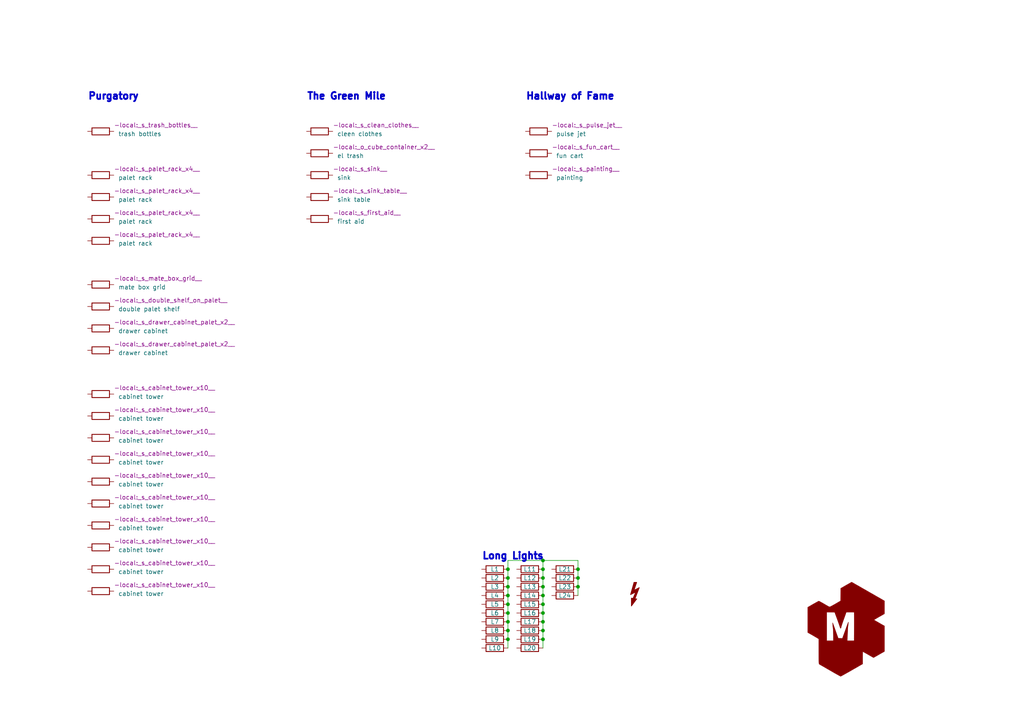
<source format=kicad_sch>
(kicad_sch (version 20211123) (generator eeschema)
  (paper "A4")
  (title_block (title "storage") (date "2024-02-16") (rev "5.0") (company "makerspace.lt"))
  (lib_symbols
    (symbol "-local:LOGO_KMS" (pin_names (offset 1.016))
      (symbol "LOGO_KMS_0_0"
        (polyline (pts (xy 0.0117 -14.5438) (xy 0.1815 -14.4596) (xy 0.4733 -14.3044) (xy 0.8715 -14.0867) (xy 1.3602 -13.8153) (xy 1.924 -13.4987) (xy 2.5471 -13.1457) (xy 3.2139 -12.765) (xy 6.35 -10.9673) (xy 6.35 -9.1666) (xy 6.3501 -8.9706) (xy 6.3525 -8.4585) (xy 6.3574 -8.0174) (xy 6.3642 -7.6719) (xy 6.3725 -7.4466) (xy 6.382 -7.366) (xy 6.3931 -7.3705) (xy 6.5163 -7.4356) (xy 6.7572 -7.5687) (xy 7.0937 -7.7574) (xy 7.504 -7.9893) (xy 7.966 -8.2524) (xy 9.518 -9.1387) (xy 9.8784 -8.9373) (xy 9.9805 -8.8799) (xy 10.249 -8.728) (xy 10.6096 -8.5232) (xy 11.0278 -8.2852) (xy 11.4694 -8.0335) (xy 12.7 -7.331) (xy 12.7 0.0494) (xy 11.176 0.9196) (xy 11.0418 0.9963) (xy 10.5993 1.2512) (xy 10.2174 1.4738) (xy 9.9177 1.6515) (xy 9.722 1.7712) (xy 9.652 1.8203) (xy 9.6578 1.8264) (xy 9.7659 1.8969) (xy 9.9934 2.0344) (xy 10.3187 2.2262) (xy 10.7201 2.4593) (xy 11.176 2.721) (xy 12.7 3.5912) (xy 12.7 7.3263) (xy 8.3185 9.8382) (xy 7.6069 10.2461) (xy 6.8355 10.688) (xy 6.1113 11.1028) (xy 5.4483 11.4824) (xy 4.8609 11.8184) (xy 4.3634 12.1028) (xy 3.9699 12.3275) (xy 3.6948 12.4842) (xy 3.5523 12.5649) (xy 3.1677 12.7795) (xy 1.5789 11.8716) (xy -0.0098 10.9637) (xy -0.0424 7.3239) (xy -1.6087 6.4227) (xy -1.8975 6.2571) (xy -2.3649 5.9936) (xy -2.7164 5.8043) (xy -2.9709 5.68) (xy -3.1477 5.612) (xy -3.2658 5.5912) (xy -3.3444 5.6086) (xy -3.4618 5.6732) (xy -3.7025 5.8093) (xy -4.0377 6.0007) (xy -4.4409 6.2321) (xy -4.8855 6.4885) (xy -5.3221 6.7382) (xy -5.7113 6.9558) (xy -6.0282 7.1278) (xy -6.2482 7.2407) (xy -6.3467 7.2813) (xy -6.3645 7.2764) (xy -6.5062 7.2095) (xy -6.7636 7.0739) (xy -7.1139 6.8821) (xy -7.5342 6.6465) (xy -8.0018 6.3795) (xy -9.5674 5.4776) (xy -9.5674 4.0688) (xy -4.064 4.0688) (xy -1.7516 4.0216) (xy -1.1718 2.4553) (xy -1 1.9865) (xy -0.7964 1.4201) (xy -0.6059 0.8796) (xy -0.4442 0.409) (xy -0.3266 0.0527) (xy -0.2179 -0.2807) (xy -0.1159 -0.5429) (xy -0.0353 -0.6449) (xy 0.0378 -0.5883) (xy 0.1173 -0.3745) (xy 0.217 -0.005) (xy 0.2461 0.1011) (xy 0.3452 0.4246) (xy 0.4827 0.8444) (xy 0.6445 1.3178) (xy 0.8165 1.8022) (xy 0.8988 2.0297) (xy 1.0719 2.5096) (xy 1.232 2.9552) (xy 1.3642 3.325) (xy 1.4536 3.5771) (xy 1.6242 4.064) (xy 3.88 4.064) (xy 3.9085 3.0691) (xy 3.9135 2.811) (xy 3.9177 2.3699) (xy 3.9198 1.8095) (xy 3.9199 1.1571) (xy 3.9179 0.44) (xy 3.9139 -0.3146) (xy 3.908 -1.0795) (xy 3.879 -4.2334) (xy 1.9224 -4.2334) (xy 1.9748 -2.4342) (xy 1.9947 -1.8396) (xy 2.0364 -0.9704) (xy 2.0906 -0.2293) (xy 2.1593 0.4093) (xy 2.2446 0.971) (xy 2.262 1.0904) (xy 2.2529 1.171) (xy 2.1976 1.1001) (xy 2.0991 0.8842) (xy 1.9605 0.5295) (xy 1.7849 0.0423) (xy 1.7468 -0.0664) (xy 1.5718 -0.5599) (xy 1.3664 -1.1332) (xy 1.1532 -1.7235) (xy 0.9546 -2.2683) (xy 0.4799 -3.5629) (xy -0.1138 -3.5383) (xy -0.7074 -3.5137) (xy -0.9586 -2.8364) (xy -0.9612 -2.8292) (xy -1.0706 -2.529) (xy -1.2213 -2.1084) (xy -1.3998 -1.6058) (xy -1.5924 -1.0595) (xy -1.7856 -0.508) (xy -1.8442 -0.3408) (xy -2.0095 0.1196) (xy -2.1523 0.5018) (xy -2.2647 0.7852) (xy -2.3386 0.9493) (xy -2.3659 0.9736) (xy -2.3657 0.9477) (xy -2.3538 0.7623) (xy -2.3275 0.455) (xy -2.29 0.0619) (xy -2.2445 -0.381) (xy -2.2379 -0.4446) (xy -2.1912 -1.0068) (xy -2.1531 -1.6534) (xy -2.1273 -2.3095) (xy -2.1176 -2.8999) (xy -2.1167 -4.2334) (xy -4.064 -4.2334) (xy -4.064 4.0688) (xy -9.5674 4.0688) (xy -9.5674 -1.8386) (xy -8.1915 -2.6257) (xy -7.7716 -2.8672) (xy -7.3526 -3.111) (xy -6.9963 -3.3211) (xy -6.7308 -3.4809) (xy -6.5844 -3.5738) (xy -6.353 -3.7348) (xy -6.3529 -7.3454) (xy -6.3527 -7.7944) (xy -6.3506 -8.6376) (xy -6.346 -9.3299) (xy -6.3386 -9.8839) (xy -6.3279 -10.3121) (xy -6.3136 -10.6272) (xy -6.2954 -10.8417) (xy -6.2729 -10.9682) (xy -6.2456 -11.0192) (xy -6.2238 -11.0319) (xy -6.0739 -11.1186) (xy -5.8 -11.2769) (xy -5.4182 -11.4974) (xy -4.9445 -11.7709) (xy -4.3949 -12.0881) (xy -3.7856 -12.4397) (xy -3.1327 -12.8164) (xy -2.8568 -12.9754) (xy -2.2209 -13.34) (xy -1.6355 -13.6733) (xy -1.1165 -13.9663) (xy -0.6799 -14.2101) (xy -0.3417 -14.3958) (xy -0.1179 -14.5142) (xy -0.0246 -14.5566) (xy 0.0117 -14.5438)) (stroke (width 0.01)) (fill (type outline)))
      )
    )
    (symbol "Device:R" (pin_numbers hide) (pin_names (offset 0) hide)
      (property "Reference" "R" (at 2.032 0 90))
      (property "Value" "R" (at 0 0 90))
      (symbol "R_0_1"
        (rectangle (start -1.016 -2.54) (end 1.016 2.54) (stroke (width 0.254)))
      )
      (symbol "R_1_1"
        (pin passive line (at 0 3.81 270) (length 1.27) (name "~") (number "1"))
        (pin passive line (at 0 -3.81 90) (length 1.27) (name "~") (number "2"))
      )
    )
    (symbol "Graphic:SYM_Flash_Small" (pin_numbers hide) (pin_names (offset 1.016) hide)
      (symbol "SYM_Flash_Small_0_1"
        (polyline (pts (xy 0.508 -1.016) (xy -1.016 -0.762) (xy -1.016 -3.048) (xy 0.508 -1.016)) (stroke (width 0.2032)) (fill (type outline)))
        (polyline (pts (xy -0.254 3.81) (xy 0.508 3.81) (xy -0.254 1.524) (xy 1.27 2.286) (xy 0 -1.016) (xy -0.508 -0.762) (xy 0.254 1.016) (xy -1.27 0.254) (xy -0.254 3.81)) (stroke (width 0.2032)) (fill (type outline)))
      )
    )
  )
  (junction (at 157.48 175.26))
  (junction (at 157.48 170.18))
  (junction (at 147.32 170.18))
  (junction (at 147.32 182.88))
  (junction (at 157.48 172.72))
  (junction (at 147.32 165.1))
  (junction (at 167.64 165.1))
  (junction (at 157.48 180.34))
  (junction (at 157.48 185.42))
  (junction (at 147.32 177.8))
  (junction (at 147.32 172.72))
  (junction (at 157.48 177.8))
  (junction (at 167.64 170.18))
  (junction (at 157.48 182.88))
  (junction (at 157.48 165.1))
  (junction (at 147.32 180.34))
  (junction (at 147.32 175.26))
  (junction (at 147.32 167.64))
  (junction (at 157.48 167.64))
  (junction (at 167.64 167.64))
  (junction (at 147.32 185.42))
  (junction (at 157.48 162.56))
  (wire (pts (xy 157.48 167.64) (xy 157.48 170.18)))
  (wire (pts (xy 167.64 167.64) (xy 167.64 170.18)))
  (wire (pts (xy 157.48 162.56) (xy 157.48 165.1)))
  (wire (pts (xy 157.48 177.8) (xy 157.48 180.34)))
  (wire (pts (xy 157.48 180.34) (xy 157.48 182.88)))
  (wire (pts (xy 167.64 170.18) (xy 167.64 172.72)))
  (wire (pts (xy 157.48 185.42) (xy 157.48 187.96)))
  (wire (pts (xy 147.32 180.34) (xy 147.32 182.88)))
  (wire (pts (xy 167.64 162.56) (xy 167.64 165.1)))
  (wire (pts (xy 157.48 182.88) (xy 157.48 185.42)))
  (wire (pts (xy 157.48 170.18) (xy 157.48 172.72)))
  (wire (pts (xy 147.32 170.18) (xy 147.32 172.72)))
  (wire (pts (xy 147.32 182.88) (xy 147.32 185.42)))
  (wire (pts (xy 157.48 165.1) (xy 157.48 167.64)))
  (wire (pts (xy 147.32 162.56) (xy 147.32 165.1)))
  (wire (pts (xy 147.32 172.72) (xy 147.32 175.26)))
  (wire (pts (xy 147.32 177.8) (xy 147.32 180.34)))
  (wire (pts (xy 147.32 162.56) (xy 157.48 162.56)))
  (wire (pts (xy 157.48 162.56) (xy 167.64 162.56)))
  (wire (pts (xy 147.32 167.64) (xy 147.32 170.18)))
  (wire (pts (xy 147.32 175.26) (xy 147.32 177.8)))
  (wire (pts (xy 147.32 165.1) (xy 147.32 167.64)))
  (wire (pts (xy 157.48 175.26) (xy 157.48 177.8)))
  (wire (pts (xy 147.32 185.42) (xy 147.32 187.96)))
  (wire (pts (xy 157.48 172.72) (xy 157.48 175.26)))
  (wire (pts (xy 167.64 165.1) (xy 167.64 167.64)))
  (text "The Green Mile" (at 88.9 29.21 0) (effects (font (size 2 2) (thickness 0.6) bold) (justify left bottom)))
  (text "Long Lights" (at 139.7 162.56 0) (effects (font (size 2 2) (thickness 0.6) bold) (justify left bottom)))
  (text "Hallway of Fame" (at 152.4 29.21 0) (effects (font (size 2 2) (thickness 0.6) bold) (justify left bottom)))
  (text "Purgatory" (at 25.4 29.21 0) (effects (font (size 2 2) (thickness 0.6) bold) (justify left bottom)))
  (symbol (lib_id "Device:R") (at 153.67 167.64 270) (unit 1)
    (property "Reference" "L12" (at 153.67 167.64 90))
    (property "Value" "light" (effects hide))
    (property "Footprint" "-local:light_long" (effects hide))
  )
  (symbol (lib_id "Device:R") (at 29.21 165.1 270) (unit 1)
    (property "Reference" "R18" (effects hide))
    (property "Value" "cabinet tower" (at 34.29 165.1 90) (effects (justify left top)))
    (property "Footprint" "-local:_s_cabinet_tower_x10__" (at 33.02 162.56 90) (effects (justify left top)))
  )
  (symbol (lib_id "Device:R") (at 153.67 187.96 270) (unit 1)
    (property "Reference" "L20" (at 153.67 187.96 90))
    (property "Value" "light" (effects hide))
    (property "Footprint" "-local:light_long" (effects hide))
  )
  (symbol (lib_id "Device:R") (at 143.51 170.18 270) (unit 1)
    (property "Reference" "L3" (at 143.51 170.18 90))
    (property "Value" "light" (effects hide))
    (property "Footprint" "-local:light_long" (effects hide))
  )
  (symbol (lib_id "Device:R") (at 29.21 88.9 270) (unit 1)
    (property "Reference" "R7" (effects hide))
    (property "Value" "double palet shelf" (at 34.29 88.9 90) (effects (justify left top)))
    (property "Footprint" "-local:_s_double_shelf_on_palet__" (at 33.02 86.36 90) (effects (justify left top)))
  )
  (symbol (lib_id "Graphic:SYM_Flash_Small") (at 184.15 172.72 0) (unit 1) (in_bom no)
    (property "Reference" "Storage_1" (effects hide))
    (property "Value" "Storage" (effects hide))
    (property "Footprint" "-local:base_storage" (effects hide))
  )
  (symbol (lib_id "Device:R") (at 29.21 139.7 270) (unit 1)
    (property "Reference" "R14" (effects hide))
    (property "Value" "cabinet tower" (at 34.29 139.7 90) (effects (justify left top)))
    (property "Footprint" "-local:_s_cabinet_tower_x10__" (at 33.02 137.16 90) (effects (justify left top)))
  )
  (symbol (lib_id "Device:R") (at 29.21 95.25 270) (unit 1)
    (property "Reference" "R8" (effects hide))
    (property "Value" "drawer cabinet" (at 34.29 95.25 90) (effects (justify left top)))
    (property "Footprint" "-local:_s_drawer_cabinet_palet_x2__" (at 33.02 92.71 90) (effects (justify left top)))
  )
  (symbol (lib_id "Device:R") (at 29.21 82.55 270) (unit 1)
    (property "Reference" "R6" (effects hide))
    (property "Value" "mate box grid" (at 34.29 82.55 90) (effects (justify left top)))
    (property "Footprint" "-local:_s_mate_box_grid__" (at 33.02 80.01 90) (effects (justify left top)))
  )
  (symbol (lib_id "Device:R") (at 29.21 158.75 270) (unit 1)
    (property "Reference" "R17" (effects hide))
    (property "Value" "cabinet tower" (at 34.29 158.75 90) (effects (justify left top)))
    (property "Footprint" "-local:_s_cabinet_tower_x10__" (at 33.02 156.21 90) (effects (justify left top)))
  )
  (symbol (lib_id "Device:R") (at 153.67 182.88 270) (unit 1)
    (property "Reference" "L18" (at 153.67 182.88 90))
    (property "Value" "light" (effects hide))
    (property "Footprint" "-local:light_long" (effects hide))
  )
  (symbol (lib_id "Device:R") (at 163.83 165.1 270) (unit 1)
    (property "Reference" "L21" (at 163.83 165.1 90))
    (property "Value" "light" (effects hide))
    (property "Footprint" "-local:light_long" (effects hide))
  )
  (symbol (lib_id "Device:R") (at 92.71 50.8 270) (unit 1)
    (property "Reference" "R22" (effects hide))
    (property "Value" "sink" (at 97.79 50.8 90) (effects (justify left top)))
    (property "Footprint" "-local:_s_sink__" (at 96.52 48.26 90) (effects (justify left top)))
  )
  (symbol (lib_id "Device:R") (at 29.21 63.5 270) (unit 1)
    (property "Reference" "R4" (effects hide))
    (property "Value" "palet rack" (at 34.29 63.5 90) (effects (justify left top)))
    (property "Footprint" "-local:_s_palet_rack_x4__" (at 33.02 60.96 90) (effects (justify left top)))
  )
  (symbol (lib_id "Device:R") (at 156.21 44.45 270) (unit 1)
    (property "Reference" "R26" (effects hide))
    (property "Value" "fun cart" (at 161.29 44.45 90) (effects (justify left top)))
    (property "Footprint" "-local:_s_fun_cart__" (at 160.02 41.91 90) (effects (justify left top)))
  )
  (symbol (lib_id "Device:R") (at 29.21 69.85 270) (unit 1)
    (property "Reference" "R5" (effects hide))
    (property "Value" "palet rack" (at 34.29 69.85 90) (effects (justify left top)))
    (property "Footprint" "-local:_s_palet_rack_x4__" (at 33.02 67.31 90) (effects (justify left top)))
  )
  (symbol (lib_id "-local:LOGO_KMS") (at 243.84 181.61 0) (unit 1) (in_bom no)
    (property "Reference" "G1" (effects hide))
    (property "Value" "LOGO_KMS" (effects hide))
    (property "Footprint" "-local:logo_kms_small_silkscreen" (effects hide))
    (property "jlc-part-type" "-" (effects hide))
  )
  (symbol (lib_id "Device:R") (at 156.21 38.1 270) (unit 1)
    (property "Reference" "R25" (effects hide))
    (property "Value" "pulse jet" (at 161.29 38.1 90) (effects (justify left top)))
    (property "Footprint" "-local:_s_pulse_jet__" (at 160.02 35.56 90) (effects (justify left top)))
  )
  (symbol (lib_id "Device:R") (at 143.51 165.1 270) (unit 1)
    (property "Reference" "L1" (at 143.51 165.1 90))
    (property "Value" "light" (effects hide))
    (property "Footprint" "-local:light_long" (effects hide))
  )
  (symbol (lib_id "Device:R") (at 153.67 177.8 270) (unit 1)
    (property "Reference" "L16" (at 153.67 177.8 90))
    (property "Value" "light" (effects hide))
    (property "Footprint" "-local:light_long" (effects hide))
  )
  (symbol (lib_id "Device:R") (at 29.21 114.3 270) (unit 1)
    (property "Reference" "R10" (effects hide))
    (property "Value" "cabinet tower" (at 34.29 114.3 90) (effects (justify left top)))
    (property "Footprint" "-local:_s_cabinet_tower_x10__" (at 33.02 111.76 90) (effects (justify left top)))
  )
  (symbol (lib_id "Device:R") (at 143.51 187.96 270) (unit 1)
    (property "Reference" "L10" (at 143.51 187.96 90))
    (property "Value" "light" (effects hide))
    (property "Footprint" "-local:light_long" (effects hide))
  )
  (symbol (lib_id "Device:R") (at 143.51 182.88 270) (unit 1)
    (property "Reference" "L8" (at 143.51 182.88 90))
    (property "Value" "light" (effects hide))
    (property "Footprint" "-local:light_long" (effects hide))
  )
  (symbol (lib_id "Device:R") (at 92.71 63.5 270) (unit 1)
    (property "Reference" "R24" (effects hide))
    (property "Value" "first aid" (at 97.79 63.5 90) (effects (justify left top)))
    (property "Footprint" "-local:_s_first_aid__" (at 96.52 60.96 90) (effects (justify left top)))
  )
  (symbol (lib_id "Device:R") (at 29.21 50.8 270) (unit 1)
    (property "Reference" "R2" (effects hide))
    (property "Value" "palet rack" (at 34.29 50.8 90) (effects (justify left top)))
    (property "Footprint" "-local:_s_palet_rack_x4__" (at 33.02 48.26 90) (effects (justify left top)))
  )
  (symbol (lib_id "Device:R") (at 153.67 175.26 270) (unit 1)
    (property "Reference" "L15" (at 153.67 175.26 90))
    (property "Value" "light" (effects hide))
    (property "Footprint" "-local:light_long" (effects hide))
  )
  (symbol (lib_id "Device:R") (at 143.51 167.64 270) (unit 1)
    (property "Reference" "L2" (at 143.51 167.64 90))
    (property "Value" "light" (effects hide))
    (property "Footprint" "-local:light_long" (effects hide))
  )
  (symbol (lib_id "Device:R") (at 29.21 120.65 270) (unit 1)
    (property "Reference" "R11" (effects hide))
    (property "Value" "cabinet tower" (at 34.29 120.65 90) (effects (justify left top)))
    (property "Footprint" "-local:_s_cabinet_tower_x10__" (at 33.02 118.11 90) (effects (justify left top)))
  )
  (symbol (lib_id "Device:R") (at 143.51 172.72 270) (unit 1)
    (property "Reference" "L4" (at 143.51 172.72 90))
    (property "Value" "light" (effects hide))
    (property "Footprint" "-local:light_long" (effects hide))
  )
  (symbol (lib_id "Device:R") (at 29.21 152.4 270) (unit 1)
    (property "Reference" "R16" (effects hide))
    (property "Value" "cabinet tower" (at 34.29 152.4 90) (effects (justify left top)))
    (property "Footprint" "-local:_s_cabinet_tower_x10__" (at 33.02 149.86 90) (effects (justify left top)))
  )
  (symbol (lib_id "Device:R") (at 153.67 180.34 270) (unit 1)
    (property "Reference" "L17" (at 153.67 180.34 90))
    (property "Value" "light" (effects hide))
    (property "Footprint" "-local:light_long" (effects hide))
  )
  (symbol (lib_id "Device:R") (at 29.21 101.6 270) (unit 1)
    (property "Reference" "R9" (effects hide))
    (property "Value" "drawer cabinet" (at 34.29 101.6 90) (effects (justify left top)))
    (property "Footprint" "-local:_s_drawer_cabinet_palet_x2__" (at 33.02 99.06 90) (effects (justify left top)))
  )
  (symbol (lib_id "Device:R") (at 153.67 165.1 270) (unit 1)
    (property "Reference" "L11" (at 153.67 165.1 90))
    (property "Value" "light" (effects hide))
    (property "Footprint" "-local:light_long" (effects hide))
  )
  (symbol (lib_id "Device:R") (at 153.67 170.18 270) (unit 1)
    (property "Reference" "L13" (at 153.67 170.18 90))
    (property "Value" "light" (effects hide))
    (property "Footprint" "-local:light_long" (effects hide))
  )
  (symbol (lib_id "Device:R") (at 92.71 57.15 270) (unit 1)
    (property "Reference" "R23" (effects hide))
    (property "Value" "sink table" (at 97.79 57.15 90) (effects (justify left top)))
    (property "Footprint" "-local:_s_sink_table__" (at 96.52 54.61 90) (effects (justify left top)))
  )
  (symbol (lib_id "Device:R") (at 153.67 172.72 270) (unit 1)
    (property "Reference" "L14" (at 153.67 172.72 90))
    (property "Value" "light" (effects hide))
    (property "Footprint" "-local:light_long" (effects hide))
  )
  (symbol (lib_id "Device:R") (at 143.51 175.26 270) (unit 1)
    (property "Reference" "L5" (at 143.51 175.26 90))
    (property "Value" "light" (effects hide))
    (property "Footprint" "-local:light_long" (effects hide))
  )
  (symbol (lib_id "Device:R") (at 163.83 170.18 270) (unit 1)
    (property "Reference" "L23" (at 163.83 170.18 90))
    (property "Value" "light" (effects hide))
    (property "Footprint" "-local:light_long" (effects hide))
  )
  (symbol (lib_id "Device:R") (at 29.21 127 270) (unit 1)
    (property "Reference" "R12" (effects hide))
    (property "Value" "cabinet tower" (at 34.29 127 90) (effects (justify left top)))
    (property "Footprint" "-local:_s_cabinet_tower_x10__" (at 33.02 124.46 90) (effects (justify left top)))
  )
  (symbol (lib_id "Device:R") (at 92.71 44.45 270) (unit 1)
    (property "Reference" "R21" (effects hide))
    (property "Value" "el trash" (at 97.79 44.45 90) (effects (justify left top)))
    (property "Footprint" "-local:_o_cube_container_x2__" (at 96.52 41.91 90) (effects (justify left top)))
  )
  (symbol (lib_id "Device:R") (at 143.51 180.34 270) (unit 1)
    (property "Reference" "L7" (at 143.51 180.34 90))
    (property "Value" "light" (effects hide))
    (property "Footprint" "-local:light_long" (effects hide))
  )
  (symbol (lib_id "Device:R") (at 163.83 172.72 270) (unit 1)
    (property "Reference" "L24" (at 163.83 172.72 90))
    (property "Value" "light" (effects hide))
    (property "Footprint" "-local:light_long" (effects hide))
  )
  (symbol (lib_id "Device:R") (at 153.67 185.42 270) (unit 1)
    (property "Reference" "L19" (at 153.67 185.42 90))
    (property "Value" "light" (effects hide))
    (property "Footprint" "-local:light_long" (effects hide))
  )
  (symbol (lib_id "Device:R") (at 29.21 57.15 270) (unit 1)
    (property "Reference" "R3" (effects hide))
    (property "Value" "palet rack" (at 34.29 57.15 90) (effects (justify left top)))
    (property "Footprint" "-local:_s_palet_rack_x4__" (at 33.02 54.61 90) (effects (justify left top)))
  )
  (symbol (lib_id "Device:R") (at 29.21 38.1 270) (unit 1)
    (property "Reference" "R1" (effects hide))
    (property "Value" "trash bottles" (at 34.29 38.1 90) (effects (justify left top)))
    (property "Footprint" "-local:_s_trash_bottles__" (at 33.02 35.56 90) (effects (justify left top)))
  )
  (symbol (lib_id "Device:R") (at 156.21 50.8 270) (unit 1)
    (property "Reference" "R27" (effects hide))
    (property "Value" "painting" (at 161.29 50.8 90) (effects (justify left top)))
    (property "Footprint" "-local:_s_painting__" (at 160.02 48.26 90) (effects (justify left top)))
  )
  (symbol (lib_id "Device:R") (at 143.51 185.42 270) (unit 1)
    (property "Reference" "L9" (at 143.51 185.42 90))
    (property "Value" "light" (effects hide))
    (property "Footprint" "-local:light_long" (effects hide))
  )
  (symbol (lib_id "Device:R") (at 29.21 133.35 270) (unit 1)
    (property "Reference" "R13" (effects hide))
    (property "Value" "cabinet tower" (at 34.29 133.35 90) (effects (justify left top)))
    (property "Footprint" "-local:_s_cabinet_tower_x10__" (at 33.02 130.81 90) (effects (justify left top)))
  )
  (symbol (lib_id "Device:R") (at 92.71 38.1 270) (unit 1)
    (property "Reference" "R20" (effects hide))
    (property "Value" "cleen clothes" (at 97.79 38.1 90) (effects (justify left top)))
    (property "Footprint" "-local:_s_clean_clothes__" (at 96.52 35.56 90) (effects (justify left top)))
  )
  (symbol (lib_id "Device:R") (at 163.83 167.64 270) (unit 1)
    (property "Reference" "L22" (at 163.83 167.64 90))
    (property "Value" "light" (effects hide))
    (property "Footprint" "-local:light_long" (effects hide))
  )
  (symbol (lib_id "Device:R") (at 29.21 146.05 270) (unit 1)
    (property "Reference" "R15" (effects hide))
    (property "Value" "cabinet tower" (at 34.29 146.05 90) (effects (justify left top)))
    (property "Footprint" "-local:_s_cabinet_tower_x10__" (at 33.02 143.51 90) (effects (justify left top)))
  )
  (symbol (lib_id "Device:R") (at 143.51 177.8 270) (unit 1)
    (property "Reference" "L6" (at 143.51 177.8 90))
    (property "Value" "light" (effects hide))
    (property "Footprint" "-local:light_long" (effects hide))
  )
  (symbol (lib_id "Device:R") (at 29.21 171.45 270) (unit 1)
    (property "Reference" "R19" (effects hide))
    (property "Value" "cabinet tower" (at 34.29 171.45 90) (effects (justify left top)))
    (property "Footprint" "-local:_s_cabinet_tower_x10__" (at 33.02 168.91 90) (effects (justify left top)))
  )
)
</source>
